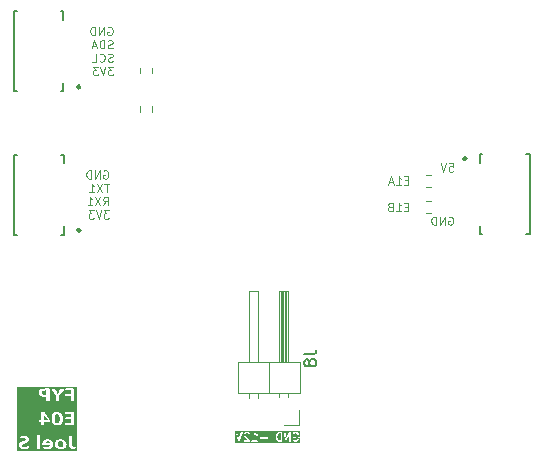
<source format=gbr>
%TF.GenerationSoftware,KiCad,Pcbnew,8.0.2*%
%TF.CreationDate,2024-08-07T22:56:44+12:00*%
%TF.ProjectId,FYP_P2_2,4659505f-5032-45f3-922e-6b696361645f,rev?*%
%TF.SameCoordinates,Original*%
%TF.FileFunction,Legend,Bot*%
%TF.FilePolarity,Positive*%
%FSLAX46Y46*%
G04 Gerber Fmt 4.6, Leading zero omitted, Abs format (unit mm)*
G04 Created by KiCad (PCBNEW 8.0.2) date 2024-08-07 22:56:44*
%MOMM*%
%LPD*%
G01*
G04 APERTURE LIST*
%ADD10C,0.240000*%
%ADD11C,0.100000*%
%ADD12C,0.140000*%
%ADD13C,0.150000*%
%ADD14C,0.120000*%
%ADD15C,0.127000*%
G04 APERTURE END LIST*
D10*
G36*
X100812383Y-116275116D02*
G01*
X100824145Y-116279422D01*
X100881890Y-116316173D01*
X100884961Y-116319283D01*
X100919460Y-116372431D01*
X100921964Y-116378780D01*
X100935787Y-116437600D01*
X100936985Y-116452053D01*
X100549371Y-116452053D01*
X100554180Y-116391644D01*
X100577501Y-116334607D01*
X100593335Y-116314593D01*
X100652961Y-116277004D01*
X100726021Y-116264671D01*
X100738049Y-116264475D01*
X100812383Y-116275116D01*
G37*
G36*
X101909075Y-116291129D02*
G01*
X101937526Y-116299939D01*
X101997618Y-116336865D01*
X102008600Y-116348299D01*
X102042535Y-116403034D01*
X102050366Y-116424503D01*
X102062330Y-116485113D01*
X102064288Y-116526205D01*
X102060284Y-116586309D01*
X102052930Y-116624098D01*
X102029412Y-116682233D01*
X102016294Y-116701767D01*
X101963364Y-116745435D01*
X101947784Y-116752765D01*
X101875041Y-116769499D01*
X101840806Y-116770937D01*
X101767148Y-116763179D01*
X101738590Y-116754524D01*
X101678498Y-116717702D01*
X101667515Y-116706457D01*
X101633993Y-116651997D01*
X101626482Y-116630546D01*
X101614833Y-116569684D01*
X101612927Y-116528550D01*
X101616802Y-116468550D01*
X101623918Y-116430951D01*
X101645800Y-116374971D01*
X101660554Y-116353281D01*
X101711135Y-116310477D01*
X101729064Y-116301697D01*
X101801701Y-116284693D01*
X101836409Y-116283233D01*
X101909075Y-116291129D01*
G37*
G36*
X101612307Y-113997086D02*
G01*
X101639305Y-114009605D01*
X101687666Y-114055996D01*
X101701953Y-114080826D01*
X101722651Y-114137892D01*
X101734560Y-114199235D01*
X101740490Y-114260544D01*
X101743281Y-114324093D01*
X101743719Y-114364246D01*
X101742821Y-114425766D01*
X101739715Y-114486834D01*
X101733060Y-114549991D01*
X101732362Y-114554755D01*
X101719970Y-114614774D01*
X101698323Y-114671815D01*
X101696824Y-114674630D01*
X101654873Y-114724892D01*
X101634542Y-114737058D01*
X101562469Y-114754308D01*
X101542951Y-114754937D01*
X101471877Y-114744678D01*
X101417655Y-114713318D01*
X101380156Y-114662822D01*
X101379187Y-114660854D01*
X101357698Y-114602838D01*
X101353907Y-114587581D01*
X101343607Y-114528028D01*
X101340352Y-114493206D01*
X101337493Y-114434403D01*
X101336688Y-114377435D01*
X101337535Y-114318232D01*
X101340615Y-114257254D01*
X101341817Y-114242320D01*
X101349442Y-114180960D01*
X101357937Y-114140031D01*
X101376965Y-114082548D01*
X101384682Y-114066758D01*
X101423150Y-114018691D01*
X101474808Y-113993485D01*
X101538555Y-113985865D01*
X101612307Y-113997086D01*
G37*
G36*
X100758199Y-114511085D02*
G01*
X100404658Y-114511085D01*
X100404658Y-114023381D01*
X100406856Y-114023381D01*
X100758199Y-114511085D01*
G37*
G36*
X100630704Y-112345022D02*
G01*
X100509071Y-112345022D01*
X100433112Y-112339089D01*
X100400628Y-112331247D01*
X100337915Y-112300280D01*
X100328820Y-112292852D01*
X100290472Y-112241849D01*
X100286688Y-112233354D01*
X100272735Y-112175737D01*
X100272034Y-112158323D01*
X100280816Y-112099709D01*
X100296946Y-112067464D01*
X100344574Y-112021742D01*
X100357763Y-112014708D01*
X100428624Y-111993619D01*
X100433600Y-111993019D01*
X100507422Y-111988661D01*
X100515300Y-111988623D01*
X100630704Y-111988623D01*
X100630704Y-112345022D01*
G37*
G36*
X103230402Y-117073090D02*
G01*
X98160700Y-117073090D01*
X98160700Y-116600357D01*
X98294033Y-116600357D01*
X98299546Y-116660560D01*
X98317959Y-116719268D01*
X98333234Y-116748076D01*
X98372864Y-116799687D01*
X98423154Y-116843220D01*
X98439480Y-116854175D01*
X98502241Y-116887378D01*
X98573838Y-116912614D01*
X98595917Y-116918362D01*
X98670842Y-116932215D01*
X98749757Y-116939005D01*
X98787526Y-116939757D01*
X98862294Y-116936883D01*
X98916120Y-116930672D01*
X98987699Y-116917105D01*
X99020533Y-116908690D01*
X99088534Y-116885224D01*
X99096371Y-116881725D01*
X99140334Y-116856812D01*
X99159385Y-116825745D01*
X99164881Y-116767713D01*
X99163049Y-116724921D01*
X99156088Y-116697078D01*
X99143632Y-116681837D01*
X99125680Y-116677147D01*
X99085013Y-116691802D01*
X99020153Y-116722946D01*
X99017602Y-116724042D01*
X98949953Y-116747807D01*
X98919050Y-116756282D01*
X98844853Y-116768518D01*
X98786793Y-116770937D01*
X98713194Y-116764358D01*
X98698133Y-116760972D01*
X98631821Y-116733128D01*
X98590055Y-116688285D01*
X98575415Y-116630540D01*
X98575401Y-116628494D01*
X98595861Y-116571047D01*
X98600314Y-116566066D01*
X98655051Y-116524905D01*
X98664794Y-116519757D01*
X98730327Y-116490906D01*
X98754919Y-116481949D01*
X98822374Y-116457726D01*
X98858967Y-116444433D01*
X98924683Y-116417459D01*
X98963014Y-116399297D01*
X99021747Y-116363897D01*
X99053140Y-116338920D01*
X99096875Y-116290033D01*
X99117620Y-116255975D01*
X99137468Y-116195965D01*
X99142166Y-116141083D01*
X99136301Y-116081787D01*
X99116867Y-116024854D01*
X99106629Y-116006261D01*
X99067919Y-115955961D01*
X99014739Y-115911960D01*
X99011008Y-115909541D01*
X98945245Y-115875982D01*
X98873944Y-115853305D01*
X98868859Y-115852095D01*
X98795158Y-115839072D01*
X98717670Y-115833342D01*
X98694836Y-115833044D01*
X98620990Y-115836801D01*
X98600314Y-115839199D01*
X98527273Y-115851627D01*
X98511653Y-115855319D01*
X98442402Y-115876872D01*
X98438381Y-115878473D01*
X98396249Y-115899576D01*
X98382327Y-115913937D01*
X98376099Y-115929178D01*
X98372435Y-115952919D01*
X98371336Y-115988676D01*
X98372801Y-116029122D01*
X98377930Y-116056380D01*
X98388555Y-116071914D01*
X98406507Y-116076896D01*
X98442777Y-116065173D01*
X98503227Y-116039087D01*
X98572161Y-116017225D01*
X98586758Y-116013588D01*
X98659617Y-116002792D01*
X98690806Y-116001865D01*
X98763942Y-116009593D01*
X98768108Y-116010658D01*
X98823429Y-116034691D01*
X98856402Y-116071621D01*
X98867027Y-116117050D01*
X98847168Y-116173626D01*
X98842847Y-116178599D01*
X98787909Y-116219760D01*
X98778000Y-116224907D01*
X98710818Y-116253923D01*
X98685676Y-116263009D01*
X98617087Y-116287100D01*
X98580530Y-116300525D01*
X98514384Y-116327247D01*
X98475383Y-116345368D01*
X98415391Y-116380768D01*
X98383792Y-116405745D01*
X98339571Y-116454517D01*
X98318946Y-116488397D01*
X98298801Y-116547191D01*
X98294033Y-116600357D01*
X98160700Y-116600357D01*
X98160700Y-115811942D01*
X99830931Y-115811942D01*
X99830931Y-116888173D01*
X99837159Y-116902535D01*
X99858408Y-116912793D01*
X99897976Y-116918948D01*
X99960990Y-116921000D01*
X100024005Y-116918948D01*
X100063572Y-116912793D01*
X100084455Y-116902535D01*
X100090683Y-116888173D01*
X100090683Y-116475794D01*
X100298046Y-116475794D01*
X100298046Y-116508913D01*
X100319295Y-116565187D01*
X100377547Y-116583358D01*
X100936985Y-116583358D01*
X100930405Y-116644224D01*
X100923063Y-116669234D01*
X100891248Y-116722249D01*
X100878733Y-116734593D01*
X100817710Y-116769897D01*
X100800331Y-116775626D01*
X100725508Y-116788321D01*
X100685659Y-116789695D01*
X100610680Y-116786595D01*
X100566224Y-116780902D01*
X100494007Y-116766090D01*
X100476831Y-116761558D01*
X100414549Y-116742214D01*
X100374249Y-116733421D01*
X100358862Y-116736352D01*
X100348604Y-116746317D01*
X100342742Y-116766833D01*
X100341277Y-116799953D01*
X100342376Y-116830141D01*
X100345673Y-116851537D01*
X100351535Y-116866484D01*
X100362526Y-116877915D01*
X100399162Y-116894035D01*
X100469616Y-116913561D01*
X100475366Y-116914845D01*
X100548916Y-116927807D01*
X100581612Y-116932137D01*
X100655367Y-116938500D01*
X100709106Y-116939757D01*
X100782844Y-116937353D01*
X100857096Y-116929155D01*
X100924162Y-116915138D01*
X100993919Y-116890974D01*
X101057953Y-116855648D01*
X101078035Y-116840692D01*
X101126181Y-116791846D01*
X101160087Y-116737547D01*
X101170359Y-116714370D01*
X101188889Y-116653329D01*
X101198362Y-116590930D01*
X101200767Y-116535291D01*
X101199949Y-116519757D01*
X101346214Y-116519757D01*
X101346733Y-116528550D01*
X101349893Y-116582097D01*
X101360933Y-116640557D01*
X101377355Y-116690337D01*
X101404969Y-116745181D01*
X101445118Y-116797899D01*
X101471144Y-116823400D01*
X101527367Y-116864486D01*
X101594231Y-116897252D01*
X101628681Y-116909569D01*
X101704106Y-116927965D01*
X101781211Y-116937369D01*
X101849965Y-116939757D01*
X101923524Y-116937124D01*
X101997166Y-116928145D01*
X102063189Y-116912793D01*
X102131695Y-116886631D01*
X102194246Y-116849477D01*
X102213764Y-116833951D01*
X102260127Y-116784215D01*
X102292629Y-116729793D01*
X102302424Y-116706750D01*
X102319838Y-116647069D01*
X102328740Y-116587148D01*
X102331001Y-116534412D01*
X102327278Y-116472038D01*
X102316109Y-116413474D01*
X102299494Y-116363540D01*
X102271484Y-116308420D01*
X102231256Y-116255777D01*
X102205338Y-116230476D01*
X102148999Y-116189628D01*
X102082381Y-116157100D01*
X102048168Y-116144893D01*
X101972966Y-116126319D01*
X101895974Y-116116823D01*
X101827250Y-116114412D01*
X101753305Y-116117017D01*
X101679403Y-116125898D01*
X101613293Y-116141083D01*
X101544671Y-116166914D01*
X101482400Y-116204035D01*
X101463084Y-116219632D01*
X101417042Y-116269368D01*
X101384838Y-116323790D01*
X101375157Y-116346833D01*
X101357520Y-116406459D01*
X101348503Y-116466620D01*
X101346214Y-116519757D01*
X101199949Y-116519757D01*
X101197654Y-116476181D01*
X101187040Y-116415523D01*
X101168893Y-116359436D01*
X101140918Y-116303905D01*
X101101426Y-116251373D01*
X101076203Y-116226373D01*
X101022436Y-116186336D01*
X100959963Y-116154813D01*
X100928192Y-116143135D01*
X100853719Y-116124538D01*
X100778534Y-116115786D01*
X100731821Y-116114412D01*
X100656463Y-116117633D01*
X100583339Y-116128493D01*
X100534717Y-116141669D01*
X100468590Y-116169559D01*
X100410345Y-116208405D01*
X100400261Y-116217287D01*
X100357001Y-116266553D01*
X100326137Y-116323676D01*
X100322958Y-116331886D01*
X100305928Y-116392032D01*
X100298654Y-116451801D01*
X100298648Y-116452053D01*
X100298046Y-116475794D01*
X100090683Y-116475794D01*
X100090683Y-115884628D01*
X102544591Y-115884628D01*
X102544591Y-116626443D01*
X102547887Y-116687238D01*
X102558733Y-116746152D01*
X102561810Y-116757161D01*
X102586437Y-116814023D01*
X102619330Y-116856226D01*
X102676533Y-116897785D01*
X102725942Y-116918362D01*
X102799672Y-116934408D01*
X102876960Y-116939674D01*
X102888974Y-116939757D01*
X102950157Y-116935361D01*
X103005844Y-116924224D01*
X103049808Y-116910155D01*
X103074354Y-116896966D01*
X103084612Y-116886122D01*
X103091939Y-116870881D01*
X103095969Y-116847434D01*
X103097069Y-116812263D01*
X103095603Y-116765075D01*
X103090474Y-116734886D01*
X103080216Y-116719353D01*
X103062997Y-116714663D01*
X103041381Y-116720818D01*
X103013538Y-116733421D01*
X102977634Y-116746024D01*
X102929274Y-116752179D01*
X102880181Y-116746024D01*
X102845010Y-116724628D01*
X102824127Y-116683889D01*
X102816864Y-116625105D01*
X102816800Y-116617650D01*
X102816800Y-115884921D01*
X102810205Y-115870267D01*
X102788590Y-115860009D01*
X102746824Y-115853854D01*
X102680879Y-115851802D01*
X102616032Y-115853854D01*
X102574267Y-115860009D01*
X102551552Y-115870267D01*
X102544591Y-115884628D01*
X100090683Y-115884628D01*
X100090683Y-115811942D01*
X100084455Y-115797287D01*
X100063572Y-115786150D01*
X100024005Y-115779408D01*
X99960990Y-115776771D01*
X99897976Y-115779408D01*
X99858408Y-115786150D01*
X99837159Y-115797287D01*
X99830931Y-115811942D01*
X98160700Y-115811942D01*
X98160700Y-114596374D01*
X99985537Y-114596374D01*
X99994564Y-114654618D01*
X99996528Y-114658803D01*
X100025837Y-114679905D01*
X100144173Y-114679905D01*
X100144173Y-114872173D01*
X100150401Y-114886535D01*
X100172016Y-114896793D01*
X100212316Y-114902948D01*
X100276064Y-114905000D01*
X100338346Y-114902948D01*
X100378646Y-114896793D01*
X100399162Y-114886535D01*
X100404658Y-114872173D01*
X100404658Y-114679905D01*
X100915003Y-114679905D01*
X100940648Y-114677267D01*
X100959699Y-114664371D01*
X100971057Y-114635062D01*
X100974720Y-114584357D01*
X100973255Y-114539515D01*
X100968126Y-114504930D01*
X100957868Y-114475914D01*
X100940648Y-114446605D01*
X100883480Y-114366297D01*
X101063747Y-114366297D01*
X101064037Y-114377435D01*
X101065373Y-114428781D01*
X101070250Y-114488150D01*
X101079623Y-114551218D01*
X101089759Y-114597547D01*
X101108971Y-114659050D01*
X101134553Y-114714600D01*
X101170047Y-114768829D01*
X101173656Y-114773401D01*
X101222291Y-114823177D01*
X101280818Y-114863472D01*
X101325331Y-114885069D01*
X101394243Y-114907096D01*
X101473024Y-114919979D01*
X101553210Y-114923757D01*
X101626545Y-114920790D01*
X101699260Y-114910532D01*
X101768585Y-114890785D01*
X101779989Y-114886242D01*
X101842105Y-114853447D01*
X101882454Y-114820589D01*
X102164305Y-114820589D01*
X102166870Y-114860450D01*
X102174563Y-114886242D01*
X102187386Y-114900603D01*
X102204605Y-114905000D01*
X102874319Y-114905000D01*
X102931472Y-114888879D01*
X102954553Y-114836416D01*
X102954553Y-113904385D01*
X102931472Y-113851922D01*
X102874319Y-113835802D01*
X102208635Y-113835802D01*
X102192149Y-113839905D01*
X102179692Y-113854267D01*
X102171999Y-113880645D01*
X102169434Y-113921092D01*
X102171999Y-113960073D01*
X102179692Y-113985865D01*
X102192149Y-114000226D01*
X102208635Y-114004623D01*
X102684909Y-114004623D01*
X102684909Y-114267233D01*
X102281908Y-114267233D01*
X102264689Y-114271922D01*
X102251866Y-114286284D01*
X102244173Y-114312076D01*
X102241608Y-114351936D01*
X102244173Y-114392383D01*
X102251866Y-114417882D01*
X102264689Y-114431950D01*
X102281908Y-114436053D01*
X102684909Y-114436053D01*
X102684909Y-114736179D01*
X102204605Y-114736179D01*
X102187386Y-114740868D01*
X102174563Y-114755230D01*
X102166870Y-114781022D01*
X102164305Y-114820589D01*
X101882454Y-114820589D01*
X101893814Y-114811338D01*
X101922505Y-114778091D01*
X101957418Y-114720705D01*
X101981728Y-114660352D01*
X101996144Y-114605460D01*
X102006239Y-114545955D01*
X102013030Y-114482183D01*
X102016293Y-114421916D01*
X102017027Y-114374504D01*
X102015401Y-114312387D01*
X102010524Y-114253237D01*
X102001150Y-114190241D01*
X101991015Y-114143841D01*
X101971416Y-114082029D01*
X101945591Y-114026284D01*
X101909994Y-113971973D01*
X101906385Y-113967400D01*
X101857801Y-113917666D01*
X101799429Y-113877494D01*
X101755076Y-113856025D01*
X101686043Y-113833832D01*
X101607399Y-113820851D01*
X101527564Y-113817044D01*
X101454200Y-113820012D01*
X101381385Y-113830270D01*
X101311867Y-113850017D01*
X101300418Y-113854560D01*
X101237907Y-113887354D01*
X101186113Y-113929463D01*
X101157536Y-113962711D01*
X101122726Y-114020097D01*
X101098691Y-114080449D01*
X101084630Y-114135341D01*
X101074535Y-114194847D01*
X101067744Y-114258618D01*
X101064481Y-114318885D01*
X101063747Y-114366297D01*
X100883480Y-114366297D01*
X100526290Y-113864525D01*
X100509071Y-113851922D01*
X100474633Y-113842836D01*
X100418213Y-113837561D01*
X100344723Y-113835817D01*
X100335781Y-113835802D01*
X100260805Y-113837156D01*
X100246388Y-113837854D01*
X100187037Y-113844595D01*
X100154431Y-113855732D01*
X100144173Y-113871266D01*
X100144173Y-114511085D01*
X100025837Y-114511085D01*
X99997627Y-114530722D01*
X99985584Y-114590725D01*
X99985537Y-114596374D01*
X98160700Y-114596374D01*
X98160700Y-112142496D01*
X99988834Y-112142496D01*
X99989944Y-112158323D01*
X99992990Y-112201730D01*
X100007003Y-112260820D01*
X100024005Y-112301351D01*
X100057605Y-112353734D01*
X100105690Y-112402140D01*
X100125854Y-112417415D01*
X100185347Y-112452031D01*
X100254876Y-112479197D01*
X100290352Y-112489223D01*
X100368061Y-112504225D01*
X100447894Y-112511895D01*
X100519330Y-112513842D01*
X100630704Y-112513842D01*
X100630704Y-112854415D01*
X100637665Y-112869362D01*
X100659647Y-112879914D01*
X100700680Y-112886655D01*
X100766625Y-112889000D01*
X100832205Y-112886655D01*
X100873604Y-112879914D01*
X100895219Y-112869362D01*
X100901448Y-112854415D01*
X100901448Y-111897178D01*
X100885290Y-111858490D01*
X101063381Y-111858490D01*
X101088293Y-111905092D01*
X101452826Y-112482189D01*
X101452826Y-112854708D01*
X101459787Y-112869362D01*
X101481769Y-112879914D01*
X101523534Y-112886655D01*
X101589113Y-112889000D01*
X101655059Y-112886655D01*
X101696824Y-112879914D01*
X101718806Y-112869362D01*
X101725034Y-112854708D01*
X101725034Y-112482189D01*
X102089933Y-111905092D01*
X102090247Y-111904505D01*
X102206803Y-111904505D01*
X102209368Y-111944366D01*
X102217794Y-111969865D01*
X102230617Y-111983933D01*
X102247103Y-111988623D01*
X102682711Y-111988623D01*
X102682711Y-112288748D01*
X102273848Y-112288748D01*
X102257362Y-112292852D01*
X102244539Y-112306334D01*
X102236113Y-112332126D01*
X102233548Y-112371986D01*
X102236113Y-112412140D01*
X102244539Y-112438518D01*
X102257362Y-112453173D01*
X102273848Y-112457569D01*
X102682711Y-112457569D01*
X102682711Y-112852949D01*
X102688939Y-112868483D01*
X102711287Y-112879621D01*
X102752686Y-112886655D01*
X102818632Y-112889000D01*
X102884211Y-112886655D01*
X102925610Y-112879621D01*
X102947958Y-112868483D01*
X102954553Y-112852949D01*
X102954553Y-111888092D01*
X102931472Y-111835922D01*
X102874319Y-111819802D01*
X102247103Y-111819802D01*
X102230617Y-111824198D01*
X102217794Y-111838267D01*
X102209368Y-111864645D01*
X102206803Y-111904505D01*
X102090247Y-111904505D01*
X102115212Y-111857904D01*
X102108984Y-111832698D01*
X102065020Y-111821854D01*
X101990168Y-111819834D01*
X101976360Y-111819802D01*
X101902671Y-111821452D01*
X101900889Y-111821561D01*
X101855826Y-111827715D01*
X101831646Y-111839439D01*
X101816625Y-111858197D01*
X101668248Y-112118462D01*
X101638873Y-112172389D01*
X101625750Y-112198183D01*
X101597702Y-112254575D01*
X101582885Y-112285524D01*
X101580687Y-112285524D01*
X101554728Y-112228573D01*
X101540753Y-112199648D01*
X101512732Y-112144097D01*
X101500453Y-112120221D01*
X101353907Y-111861421D01*
X101341085Y-111840905D01*
X101318004Y-111828009D01*
X101275505Y-111821561D01*
X101204797Y-111819802D01*
X101131364Y-111820956D01*
X101113572Y-111821854D01*
X101069242Y-111832698D01*
X101063381Y-111858490D01*
X100885290Y-111858490D01*
X100877724Y-111840374D01*
X100876168Y-111839146D01*
X100809856Y-111819802D01*
X100495516Y-111819802D01*
X100421861Y-111821737D01*
X100405757Y-111822733D01*
X100331980Y-111830756D01*
X100303175Y-111835043D01*
X100231438Y-111851863D01*
X100181908Y-111869921D01*
X100118757Y-111902873D01*
X100077494Y-111934401D01*
X100035351Y-111982428D01*
X100011549Y-112025552D01*
X99993825Y-112084540D01*
X99988834Y-112142496D01*
X98160700Y-112142496D01*
X98160700Y-111686469D01*
X103230402Y-111686469D01*
X103230402Y-117073090D01*
G37*
D11*
X105475877Y-93386583D02*
X105542544Y-93353250D01*
X105542544Y-93353250D02*
X105642544Y-93353250D01*
X105642544Y-93353250D02*
X105742544Y-93386583D01*
X105742544Y-93386583D02*
X105809211Y-93453250D01*
X105809211Y-93453250D02*
X105842544Y-93519917D01*
X105842544Y-93519917D02*
X105875877Y-93653250D01*
X105875877Y-93653250D02*
X105875877Y-93753250D01*
X105875877Y-93753250D02*
X105842544Y-93886583D01*
X105842544Y-93886583D02*
X105809211Y-93953250D01*
X105809211Y-93953250D02*
X105742544Y-94019917D01*
X105742544Y-94019917D02*
X105642544Y-94053250D01*
X105642544Y-94053250D02*
X105575877Y-94053250D01*
X105575877Y-94053250D02*
X105475877Y-94019917D01*
X105475877Y-94019917D02*
X105442544Y-93986583D01*
X105442544Y-93986583D02*
X105442544Y-93753250D01*
X105442544Y-93753250D02*
X105575877Y-93753250D01*
X105142544Y-94053250D02*
X105142544Y-93353250D01*
X105142544Y-93353250D02*
X104742544Y-94053250D01*
X104742544Y-94053250D02*
X104742544Y-93353250D01*
X104409211Y-94053250D02*
X104409211Y-93353250D01*
X104409211Y-93353250D02*
X104242544Y-93353250D01*
X104242544Y-93353250D02*
X104142544Y-93386583D01*
X104142544Y-93386583D02*
X104075878Y-93453250D01*
X104075878Y-93453250D02*
X104042544Y-93519917D01*
X104042544Y-93519917D02*
X104009211Y-93653250D01*
X104009211Y-93653250D02*
X104009211Y-93753250D01*
X104009211Y-93753250D02*
X104042544Y-93886583D01*
X104042544Y-93886583D02*
X104075878Y-93953250D01*
X104075878Y-93953250D02*
X104142544Y-94019917D01*
X104142544Y-94019917D02*
X104242544Y-94053250D01*
X104242544Y-94053250D02*
X104409211Y-94053250D01*
X105942544Y-94480211D02*
X105542544Y-94480211D01*
X105742544Y-95180211D02*
X105742544Y-94480211D01*
X105375878Y-94480211D02*
X104909211Y-95180211D01*
X104909211Y-94480211D02*
X105375878Y-95180211D01*
X104275877Y-95180211D02*
X104675877Y-95180211D01*
X104475877Y-95180211D02*
X104475877Y-94480211D01*
X104475877Y-94480211D02*
X104542544Y-94580211D01*
X104542544Y-94580211D02*
X104609211Y-94646878D01*
X104609211Y-94646878D02*
X104675877Y-94680211D01*
X105442544Y-96307172D02*
X105675877Y-95973839D01*
X105842544Y-96307172D02*
X105842544Y-95607172D01*
X105842544Y-95607172D02*
X105575877Y-95607172D01*
X105575877Y-95607172D02*
X105509211Y-95640505D01*
X105509211Y-95640505D02*
X105475877Y-95673839D01*
X105475877Y-95673839D02*
X105442544Y-95740505D01*
X105442544Y-95740505D02*
X105442544Y-95840505D01*
X105442544Y-95840505D02*
X105475877Y-95907172D01*
X105475877Y-95907172D02*
X105509211Y-95940505D01*
X105509211Y-95940505D02*
X105575877Y-95973839D01*
X105575877Y-95973839D02*
X105842544Y-95973839D01*
X105209211Y-95607172D02*
X104742544Y-96307172D01*
X104742544Y-95607172D02*
X105209211Y-96307172D01*
X104109210Y-96307172D02*
X104509210Y-96307172D01*
X104309210Y-96307172D02*
X104309210Y-95607172D01*
X104309210Y-95607172D02*
X104375877Y-95707172D01*
X104375877Y-95707172D02*
X104442544Y-95773839D01*
X104442544Y-95773839D02*
X104509210Y-95807172D01*
X105909211Y-96734133D02*
X105475877Y-96734133D01*
X105475877Y-96734133D02*
X105709211Y-97000800D01*
X105709211Y-97000800D02*
X105609211Y-97000800D01*
X105609211Y-97000800D02*
X105542544Y-97034133D01*
X105542544Y-97034133D02*
X105509211Y-97067466D01*
X105509211Y-97067466D02*
X105475877Y-97134133D01*
X105475877Y-97134133D02*
X105475877Y-97300800D01*
X105475877Y-97300800D02*
X105509211Y-97367466D01*
X105509211Y-97367466D02*
X105542544Y-97400800D01*
X105542544Y-97400800D02*
X105609211Y-97434133D01*
X105609211Y-97434133D02*
X105809211Y-97434133D01*
X105809211Y-97434133D02*
X105875877Y-97400800D01*
X105875877Y-97400800D02*
X105909211Y-97367466D01*
X105275877Y-96734133D02*
X105042544Y-97434133D01*
X105042544Y-97434133D02*
X104809210Y-96734133D01*
X104642544Y-96734133D02*
X104209210Y-96734133D01*
X104209210Y-96734133D02*
X104442544Y-97000800D01*
X104442544Y-97000800D02*
X104342544Y-97000800D01*
X104342544Y-97000800D02*
X104275877Y-97034133D01*
X104275877Y-97034133D02*
X104242544Y-97067466D01*
X104242544Y-97067466D02*
X104209210Y-97134133D01*
X104209210Y-97134133D02*
X104209210Y-97300800D01*
X104209210Y-97300800D02*
X104242544Y-97367466D01*
X104242544Y-97367466D02*
X104275877Y-97400800D01*
X104275877Y-97400800D02*
X104342544Y-97434133D01*
X104342544Y-97434133D02*
X104542544Y-97434133D01*
X104542544Y-97434133D02*
X104609210Y-97400800D01*
X104609210Y-97400800D02*
X104642544Y-97367466D01*
X134709211Y-92751289D02*
X135042544Y-92751289D01*
X135042544Y-92751289D02*
X135075877Y-93084622D01*
X135075877Y-93084622D02*
X135042544Y-93051289D01*
X135042544Y-93051289D02*
X134975877Y-93017956D01*
X134975877Y-93017956D02*
X134809211Y-93017956D01*
X134809211Y-93017956D02*
X134742544Y-93051289D01*
X134742544Y-93051289D02*
X134709211Y-93084622D01*
X134709211Y-93084622D02*
X134675877Y-93151289D01*
X134675877Y-93151289D02*
X134675877Y-93317956D01*
X134675877Y-93317956D02*
X134709211Y-93384622D01*
X134709211Y-93384622D02*
X134742544Y-93417956D01*
X134742544Y-93417956D02*
X134809211Y-93451289D01*
X134809211Y-93451289D02*
X134975877Y-93451289D01*
X134975877Y-93451289D02*
X135042544Y-93417956D01*
X135042544Y-93417956D02*
X135075877Y-93384622D01*
X134475877Y-92751289D02*
X134242544Y-93451289D01*
X134242544Y-93451289D02*
X134009210Y-92751289D01*
X134675877Y-97292466D02*
X134742544Y-97259133D01*
X134742544Y-97259133D02*
X134842544Y-97259133D01*
X134842544Y-97259133D02*
X134942544Y-97292466D01*
X134942544Y-97292466D02*
X135009211Y-97359133D01*
X135009211Y-97359133D02*
X135042544Y-97425800D01*
X135042544Y-97425800D02*
X135075877Y-97559133D01*
X135075877Y-97559133D02*
X135075877Y-97659133D01*
X135075877Y-97659133D02*
X135042544Y-97792466D01*
X135042544Y-97792466D02*
X135009211Y-97859133D01*
X135009211Y-97859133D02*
X134942544Y-97925800D01*
X134942544Y-97925800D02*
X134842544Y-97959133D01*
X134842544Y-97959133D02*
X134775877Y-97959133D01*
X134775877Y-97959133D02*
X134675877Y-97925800D01*
X134675877Y-97925800D02*
X134642544Y-97892466D01*
X134642544Y-97892466D02*
X134642544Y-97659133D01*
X134642544Y-97659133D02*
X134775877Y-97659133D01*
X134342544Y-97959133D02*
X134342544Y-97259133D01*
X134342544Y-97259133D02*
X133942544Y-97959133D01*
X133942544Y-97959133D02*
X133942544Y-97259133D01*
X133609211Y-97959133D02*
X133609211Y-97259133D01*
X133609211Y-97259133D02*
X133442544Y-97259133D01*
X133442544Y-97259133D02*
X133342544Y-97292466D01*
X133342544Y-97292466D02*
X133275878Y-97359133D01*
X133275878Y-97359133D02*
X133242544Y-97425800D01*
X133242544Y-97425800D02*
X133209211Y-97559133D01*
X133209211Y-97559133D02*
X133209211Y-97659133D01*
X133209211Y-97659133D02*
X133242544Y-97792466D01*
X133242544Y-97792466D02*
X133275878Y-97859133D01*
X133275878Y-97859133D02*
X133342544Y-97925800D01*
X133342544Y-97925800D02*
X133442544Y-97959133D01*
X133442544Y-97959133D02*
X133609211Y-97959133D01*
X131242544Y-94186583D02*
X131009211Y-94186583D01*
X130909211Y-94553250D02*
X131242544Y-94553250D01*
X131242544Y-94553250D02*
X131242544Y-93853250D01*
X131242544Y-93853250D02*
X130909211Y-93853250D01*
X130242544Y-94553250D02*
X130642544Y-94553250D01*
X130442544Y-94553250D02*
X130442544Y-93853250D01*
X130442544Y-93853250D02*
X130509211Y-93953250D01*
X130509211Y-93953250D02*
X130575878Y-94019917D01*
X130575878Y-94019917D02*
X130642544Y-94053250D01*
X129975877Y-94353250D02*
X129642544Y-94353250D01*
X130042544Y-94553250D02*
X129809211Y-93853250D01*
X129809211Y-93853250D02*
X129575877Y-94553250D01*
X131242544Y-96440505D02*
X131009211Y-96440505D01*
X130909211Y-96807172D02*
X131242544Y-96807172D01*
X131242544Y-96807172D02*
X131242544Y-96107172D01*
X131242544Y-96107172D02*
X130909211Y-96107172D01*
X130242544Y-96807172D02*
X130642544Y-96807172D01*
X130442544Y-96807172D02*
X130442544Y-96107172D01*
X130442544Y-96107172D02*
X130509211Y-96207172D01*
X130509211Y-96207172D02*
X130575878Y-96273839D01*
X130575878Y-96273839D02*
X130642544Y-96307172D01*
X129709211Y-96440505D02*
X129609211Y-96473839D01*
X129609211Y-96473839D02*
X129575877Y-96507172D01*
X129575877Y-96507172D02*
X129542544Y-96573839D01*
X129542544Y-96573839D02*
X129542544Y-96673839D01*
X129542544Y-96673839D02*
X129575877Y-96740505D01*
X129575877Y-96740505D02*
X129609211Y-96773839D01*
X129609211Y-96773839D02*
X129675877Y-96807172D01*
X129675877Y-96807172D02*
X129942544Y-96807172D01*
X129942544Y-96807172D02*
X129942544Y-96107172D01*
X129942544Y-96107172D02*
X129709211Y-96107172D01*
X129709211Y-96107172D02*
X129642544Y-96140505D01*
X129642544Y-96140505D02*
X129609211Y-96173839D01*
X129609211Y-96173839D02*
X129575877Y-96240505D01*
X129575877Y-96240505D02*
X129575877Y-96307172D01*
X129575877Y-96307172D02*
X129609211Y-96373839D01*
X129609211Y-96373839D02*
X129642544Y-96407172D01*
X129642544Y-96407172D02*
X129709211Y-96440505D01*
X129709211Y-96440505D02*
X129942544Y-96440505D01*
D12*
G36*
X120459193Y-116188853D02*
G01*
X120380681Y-116191015D01*
X120380031Y-116190645D01*
X120300082Y-116167528D01*
X120253172Y-116124572D01*
X120225961Y-116076625D01*
X120225805Y-116073408D01*
X120193784Y-115960959D01*
X120194562Y-115957053D01*
X120191187Y-115876749D01*
X120192472Y-115874030D01*
X120217248Y-115759221D01*
X120220505Y-115755025D01*
X120242466Y-115704650D01*
X120289608Y-115653166D01*
X120358612Y-115627033D01*
X120455055Y-115624377D01*
X120459193Y-116188853D01*
G37*
G36*
X122139006Y-116404831D02*
G01*
X116576959Y-116404831D01*
X116576959Y-115552091D01*
X116654737Y-115552091D01*
X116658153Y-115579189D01*
X116889531Y-116257529D01*
X116888071Y-116262015D01*
X116897480Y-116280834D01*
X116905013Y-116302917D01*
X116909691Y-116305256D01*
X116912031Y-116309935D01*
X116933085Y-116316953D01*
X116952933Y-116326877D01*
X116957895Y-116325223D01*
X116962857Y-116326877D01*
X116982705Y-116316953D01*
X117003759Y-116309935D01*
X117006098Y-116305256D01*
X117010777Y-116302917D01*
X117024303Y-116279189D01*
X117216022Y-115690386D01*
X117321228Y-115690386D01*
X117324403Y-115746091D01*
X117321404Y-115752091D01*
X117324820Y-115779189D01*
X117326551Y-115783760D01*
X117326556Y-115783841D01*
X117326597Y-115783882D01*
X117359890Y-115871786D01*
X117359890Y-115883841D01*
X117370427Y-115899610D01*
X117371680Y-115902917D01*
X117373117Y-115903635D01*
X117375065Y-115906550D01*
X117662568Y-116188928D01*
X117364440Y-116192381D01*
X117326556Y-116230265D01*
X117326556Y-116283841D01*
X117364440Y-116321725D01*
X117391228Y-116327053D01*
X117851350Y-116321725D01*
X117889234Y-116283841D01*
X117889234Y-116230265D01*
X117993223Y-116230265D01*
X117993223Y-116283841D01*
X118031107Y-116321725D01*
X118057895Y-116327053D01*
X118484683Y-116321725D01*
X118522567Y-116283841D01*
X118522567Y-116230265D01*
X118484683Y-116192381D01*
X118457895Y-116187053D01*
X118327393Y-116188682D01*
X118325743Y-115963598D01*
X118693224Y-115963598D01*
X118693224Y-116017174D01*
X118731108Y-116055058D01*
X118757896Y-116060386D01*
X118957746Y-116058484D01*
X118959890Y-116283841D01*
X118997774Y-116321725D01*
X119051350Y-116321725D01*
X119089234Y-116283841D01*
X119094562Y-116257053D01*
X119092660Y-116057201D01*
X119318017Y-116055058D01*
X119355901Y-116017174D01*
X119355901Y-115963598D01*
X119318017Y-115925714D01*
X119291229Y-115920386D01*
X119091377Y-115922287D01*
X119090757Y-115857053D01*
X120054562Y-115857053D01*
X120058134Y-115942065D01*
X120055324Y-115946750D01*
X120056652Y-115974030D01*
X120089757Y-116090290D01*
X120088071Y-116095349D01*
X120095285Y-116121691D01*
X120126557Y-116176794D01*
X120126557Y-116183841D01*
X120141731Y-116206550D01*
X120145297Y-116209815D01*
X120145365Y-116209935D01*
X120145463Y-116209967D01*
X120206794Y-116266128D01*
X120212031Y-116276602D01*
X120228457Y-116285965D01*
X120231107Y-116288392D01*
X120232714Y-116288392D01*
X120235759Y-116290128D01*
X120325440Y-116316058D01*
X120331107Y-116321725D01*
X120357895Y-116327053D01*
X120551350Y-116321725D01*
X120589234Y-116283841D01*
X120594562Y-116257053D01*
X120589430Y-115557053D01*
X120787895Y-115557053D01*
X120792903Y-116240318D01*
X120788453Y-116248225D01*
X120793086Y-116265213D01*
X120793223Y-116283841D01*
X120800020Y-116290638D01*
X120802550Y-116299913D01*
X120818289Y-116308907D01*
X120831107Y-116321725D01*
X120840720Y-116321725D01*
X120849067Y-116326495D01*
X120866557Y-116321725D01*
X120884683Y-116321725D01*
X120891480Y-116314927D01*
X120900755Y-116312398D01*
X120918672Y-116291783D01*
X121189751Y-115810271D01*
X121193223Y-116283841D01*
X121231107Y-116321725D01*
X121284683Y-116321725D01*
X121322567Y-116283841D01*
X121327895Y-116257053D01*
X121325696Y-115957053D01*
X121487895Y-115957053D01*
X121493223Y-116217174D01*
X121493225Y-116217176D01*
X121508397Y-116239883D01*
X121541202Y-116268278D01*
X121545364Y-116276602D01*
X121561338Y-116285707D01*
X121564439Y-116288392D01*
X121566046Y-116288392D01*
X121569092Y-116290128D01*
X121658773Y-116316058D01*
X121664440Y-116321725D01*
X121691228Y-116327053D01*
X121695881Y-116326787D01*
X121696190Y-116326877D01*
X121696431Y-116326756D01*
X121746933Y-116323877D01*
X121752933Y-116326877D01*
X121780031Y-116323461D01*
X121784602Y-116321729D01*
X121784683Y-116321725D01*
X121784724Y-116321683D01*
X121872628Y-116288392D01*
X121884683Y-116288392D01*
X121900452Y-116277854D01*
X121903759Y-116276602D01*
X121904477Y-116275164D01*
X121907392Y-116273217D01*
X121963104Y-116212375D01*
X121970427Y-116209935D01*
X121987172Y-116188358D01*
X121989056Y-116184034D01*
X121989234Y-116183841D01*
X121989234Y-116183628D01*
X122010856Y-116134028D01*
X122014139Y-116132059D01*
X122025805Y-116107363D01*
X122051515Y-115988225D01*
X122055900Y-115983841D01*
X122061228Y-115957053D01*
X122057655Y-115872040D01*
X122060466Y-115867356D01*
X122059138Y-115840075D01*
X122026032Y-115723816D01*
X122027719Y-115718758D01*
X122020505Y-115692416D01*
X121989234Y-115637311D01*
X121989234Y-115630265D01*
X121974059Y-115607555D01*
X121970495Y-115604292D01*
X121970427Y-115604171D01*
X121970327Y-115604137D01*
X121908995Y-115547976D01*
X121903759Y-115537504D01*
X121887332Y-115528140D01*
X121884683Y-115525714D01*
X121883076Y-115525714D01*
X121880031Y-115523978D01*
X121790349Y-115498047D01*
X121784683Y-115492381D01*
X121757895Y-115487053D01*
X121753031Y-115487257D01*
X121752933Y-115487229D01*
X121752861Y-115487264D01*
X121664215Y-115490989D01*
X121652933Y-115487229D01*
X121634666Y-115492231D01*
X121631107Y-115492381D01*
X121629970Y-115493517D01*
X121626591Y-115494443D01*
X121538346Y-115544521D01*
X121521404Y-115595348D01*
X121545363Y-115643268D01*
X121596190Y-115660210D01*
X121622533Y-115652996D01*
X121669075Y-115626583D01*
X121736725Y-115623740D01*
X121815708Y-115646577D01*
X121862619Y-115689533D01*
X121889828Y-115737479D01*
X121889985Y-115740697D01*
X121922005Y-115853146D01*
X121921228Y-115857053D01*
X121924602Y-115937356D01*
X121923318Y-115940076D01*
X121898541Y-116054884D01*
X121895285Y-116059081D01*
X121873324Y-116109455D01*
X121826181Y-116160939D01*
X121757112Y-116187097D01*
X121710321Y-116189765D01*
X121632779Y-116167344D01*
X121627326Y-116162624D01*
X121624504Y-116024836D01*
X121718016Y-116021725D01*
X121755900Y-115983841D01*
X121755900Y-115930265D01*
X121718016Y-115892381D01*
X121691228Y-115887053D01*
X121531107Y-115892381D01*
X121493223Y-115930265D01*
X121487895Y-115957053D01*
X121325696Y-115957053D01*
X121322886Y-115573787D01*
X121327337Y-115565881D01*
X121322703Y-115548891D01*
X121322567Y-115530265D01*
X121315769Y-115523467D01*
X121313240Y-115514192D01*
X121297499Y-115505197D01*
X121284683Y-115492381D01*
X121275071Y-115492381D01*
X121266723Y-115487611D01*
X121249233Y-115492381D01*
X121231107Y-115492381D01*
X121224309Y-115499178D01*
X121215035Y-115501708D01*
X121197118Y-115522323D01*
X120926038Y-116003834D01*
X120922567Y-115530265D01*
X120884683Y-115492381D01*
X120831107Y-115492381D01*
X120793223Y-115530265D01*
X120787895Y-115557053D01*
X120589430Y-115557053D01*
X120589234Y-115530265D01*
X120551350Y-115492381D01*
X120524562Y-115487053D01*
X120370965Y-115491283D01*
X120362857Y-115487229D01*
X120335759Y-115490645D01*
X120331180Y-115492378D01*
X120331107Y-115492381D01*
X120331065Y-115492422D01*
X120243162Y-115525714D01*
X120231107Y-115525714D01*
X120215335Y-115536252D01*
X120212031Y-115537504D01*
X120211312Y-115538940D01*
X120208397Y-115540889D01*
X120152685Y-115601731D01*
X120145365Y-115604171D01*
X120128619Y-115625748D01*
X120126734Y-115630071D01*
X120126557Y-115630265D01*
X120126557Y-115630477D01*
X120104933Y-115680077D01*
X120101651Y-115682047D01*
X120089985Y-115706743D01*
X120064274Y-115825880D01*
X120059890Y-115830265D01*
X120054562Y-115857053D01*
X119090757Y-115857053D01*
X119089234Y-115696932D01*
X119051350Y-115659048D01*
X118997774Y-115659048D01*
X118959890Y-115696932D01*
X118954562Y-115723720D01*
X118956463Y-115923570D01*
X118731108Y-115925714D01*
X118693224Y-115963598D01*
X118325743Y-115963598D01*
X118324189Y-115751533D01*
X118335906Y-115762262D01*
X118338347Y-115769584D01*
X118359924Y-115786330D01*
X118364247Y-115788214D01*
X118364441Y-115788392D01*
X118364654Y-115788392D01*
X118452933Y-115826877D01*
X118503760Y-115809935D01*
X118527719Y-115762015D01*
X118510777Y-115711189D01*
X118489200Y-115694443D01*
X118438826Y-115672482D01*
X118384771Y-115622984D01*
X118382805Y-115618224D01*
X118322599Y-115534642D01*
X118322567Y-115530265D01*
X118311408Y-115519106D01*
X118296846Y-115498890D01*
X118289778Y-115497476D01*
X118284683Y-115492381D01*
X118264300Y-115492381D01*
X118244310Y-115488383D01*
X118238313Y-115492381D01*
X118231107Y-115492381D01*
X118216694Y-115506793D01*
X118199732Y-115518102D01*
X118198318Y-115525169D01*
X118193223Y-115530265D01*
X118187895Y-115557053D01*
X118192537Y-116190365D01*
X118031107Y-116192381D01*
X117993223Y-116230265D01*
X117889234Y-116230265D01*
X117874059Y-116207555D01*
X117488786Y-115829149D01*
X117461183Y-115756267D01*
X117458590Y-115710790D01*
X117475895Y-115671096D01*
X117493842Y-115650361D01*
X117535443Y-115626753D01*
X117667823Y-115623107D01*
X117710519Y-115641720D01*
X117764439Y-115688392D01*
X117818015Y-115688393D01*
X117855900Y-115650509D01*
X117855901Y-115596933D01*
X117840726Y-115574223D01*
X117812547Y-115549832D01*
X117810777Y-115544521D01*
X117789200Y-115527776D01*
X117784901Y-115525901D01*
X117784684Y-115525714D01*
X117784470Y-115525714D01*
X117725750Y-115500115D01*
X117718016Y-115492381D01*
X117699610Y-115488720D01*
X117696190Y-115487229D01*
X117694666Y-115487736D01*
X117691228Y-115487053D01*
X117532210Y-115491432D01*
X117519600Y-115487229D01*
X117501124Y-115492288D01*
X117497774Y-115492381D01*
X117496637Y-115493517D01*
X117493258Y-115494443D01*
X117438154Y-115525713D01*
X117431106Y-115525714D01*
X117408397Y-115540889D01*
X117405485Y-115544252D01*
X117405013Y-115544521D01*
X117404862Y-115544972D01*
X117384007Y-115569068D01*
X117378698Y-115570838D01*
X117361952Y-115592415D01*
X117360076Y-115596718D01*
X117359890Y-115596933D01*
X117359890Y-115597144D01*
X117334291Y-115655862D01*
X117326556Y-115663598D01*
X117322895Y-115682001D01*
X117321404Y-115685423D01*
X117321911Y-115686947D01*
X117321228Y-115690386D01*
X117216022Y-115690386D01*
X117261052Y-115552090D01*
X117237092Y-115504171D01*
X117186266Y-115487228D01*
X117138346Y-115511188D01*
X117124820Y-115534917D01*
X116959118Y-116043814D01*
X116777443Y-115511189D01*
X116729523Y-115487229D01*
X116678697Y-115504171D01*
X116654737Y-115552091D01*
X116576959Y-115552091D01*
X116576959Y-115409275D01*
X122139006Y-115409275D01*
X122139006Y-116404831D01*
G37*
D11*
X105825877Y-81236583D02*
X105892544Y-81203250D01*
X105892544Y-81203250D02*
X105992544Y-81203250D01*
X105992544Y-81203250D02*
X106092544Y-81236583D01*
X106092544Y-81236583D02*
X106159211Y-81303250D01*
X106159211Y-81303250D02*
X106192544Y-81369917D01*
X106192544Y-81369917D02*
X106225877Y-81503250D01*
X106225877Y-81503250D02*
X106225877Y-81603250D01*
X106225877Y-81603250D02*
X106192544Y-81736583D01*
X106192544Y-81736583D02*
X106159211Y-81803250D01*
X106159211Y-81803250D02*
X106092544Y-81869917D01*
X106092544Y-81869917D02*
X105992544Y-81903250D01*
X105992544Y-81903250D02*
X105925877Y-81903250D01*
X105925877Y-81903250D02*
X105825877Y-81869917D01*
X105825877Y-81869917D02*
X105792544Y-81836583D01*
X105792544Y-81836583D02*
X105792544Y-81603250D01*
X105792544Y-81603250D02*
X105925877Y-81603250D01*
X105492544Y-81903250D02*
X105492544Y-81203250D01*
X105492544Y-81203250D02*
X105092544Y-81903250D01*
X105092544Y-81903250D02*
X105092544Y-81203250D01*
X104759211Y-81903250D02*
X104759211Y-81203250D01*
X104759211Y-81203250D02*
X104592544Y-81203250D01*
X104592544Y-81203250D02*
X104492544Y-81236583D01*
X104492544Y-81236583D02*
X104425878Y-81303250D01*
X104425878Y-81303250D02*
X104392544Y-81369917D01*
X104392544Y-81369917D02*
X104359211Y-81503250D01*
X104359211Y-81503250D02*
X104359211Y-81603250D01*
X104359211Y-81603250D02*
X104392544Y-81736583D01*
X104392544Y-81736583D02*
X104425878Y-81803250D01*
X104425878Y-81803250D02*
X104492544Y-81869917D01*
X104492544Y-81869917D02*
X104592544Y-81903250D01*
X104592544Y-81903250D02*
X104759211Y-81903250D01*
X106225877Y-82996878D02*
X106125877Y-83030211D01*
X106125877Y-83030211D02*
X105959211Y-83030211D01*
X105959211Y-83030211D02*
X105892544Y-82996878D01*
X105892544Y-82996878D02*
X105859211Y-82963544D01*
X105859211Y-82963544D02*
X105825877Y-82896878D01*
X105825877Y-82896878D02*
X105825877Y-82830211D01*
X105825877Y-82830211D02*
X105859211Y-82763544D01*
X105859211Y-82763544D02*
X105892544Y-82730211D01*
X105892544Y-82730211D02*
X105959211Y-82696878D01*
X105959211Y-82696878D02*
X106092544Y-82663544D01*
X106092544Y-82663544D02*
X106159211Y-82630211D01*
X106159211Y-82630211D02*
X106192544Y-82596878D01*
X106192544Y-82596878D02*
X106225877Y-82530211D01*
X106225877Y-82530211D02*
X106225877Y-82463544D01*
X106225877Y-82463544D02*
X106192544Y-82396878D01*
X106192544Y-82396878D02*
X106159211Y-82363544D01*
X106159211Y-82363544D02*
X106092544Y-82330211D01*
X106092544Y-82330211D02*
X105925877Y-82330211D01*
X105925877Y-82330211D02*
X105825877Y-82363544D01*
X105525877Y-83030211D02*
X105525877Y-82330211D01*
X105525877Y-82330211D02*
X105359210Y-82330211D01*
X105359210Y-82330211D02*
X105259210Y-82363544D01*
X105259210Y-82363544D02*
X105192544Y-82430211D01*
X105192544Y-82430211D02*
X105159210Y-82496878D01*
X105159210Y-82496878D02*
X105125877Y-82630211D01*
X105125877Y-82630211D02*
X105125877Y-82730211D01*
X105125877Y-82730211D02*
X105159210Y-82863544D01*
X105159210Y-82863544D02*
X105192544Y-82930211D01*
X105192544Y-82930211D02*
X105259210Y-82996878D01*
X105259210Y-82996878D02*
X105359210Y-83030211D01*
X105359210Y-83030211D02*
X105525877Y-83030211D01*
X104859210Y-82830211D02*
X104525877Y-82830211D01*
X104925877Y-83030211D02*
X104692544Y-82330211D01*
X104692544Y-82330211D02*
X104459210Y-83030211D01*
X106225877Y-84123839D02*
X106125877Y-84157172D01*
X106125877Y-84157172D02*
X105959211Y-84157172D01*
X105959211Y-84157172D02*
X105892544Y-84123839D01*
X105892544Y-84123839D02*
X105859211Y-84090505D01*
X105859211Y-84090505D02*
X105825877Y-84023839D01*
X105825877Y-84023839D02*
X105825877Y-83957172D01*
X105825877Y-83957172D02*
X105859211Y-83890505D01*
X105859211Y-83890505D02*
X105892544Y-83857172D01*
X105892544Y-83857172D02*
X105959211Y-83823839D01*
X105959211Y-83823839D02*
X106092544Y-83790505D01*
X106092544Y-83790505D02*
X106159211Y-83757172D01*
X106159211Y-83757172D02*
X106192544Y-83723839D01*
X106192544Y-83723839D02*
X106225877Y-83657172D01*
X106225877Y-83657172D02*
X106225877Y-83590505D01*
X106225877Y-83590505D02*
X106192544Y-83523839D01*
X106192544Y-83523839D02*
X106159211Y-83490505D01*
X106159211Y-83490505D02*
X106092544Y-83457172D01*
X106092544Y-83457172D02*
X105925877Y-83457172D01*
X105925877Y-83457172D02*
X105825877Y-83490505D01*
X105125877Y-84090505D02*
X105159210Y-84123839D01*
X105159210Y-84123839D02*
X105259210Y-84157172D01*
X105259210Y-84157172D02*
X105325877Y-84157172D01*
X105325877Y-84157172D02*
X105425877Y-84123839D01*
X105425877Y-84123839D02*
X105492544Y-84057172D01*
X105492544Y-84057172D02*
X105525877Y-83990505D01*
X105525877Y-83990505D02*
X105559210Y-83857172D01*
X105559210Y-83857172D02*
X105559210Y-83757172D01*
X105559210Y-83757172D02*
X105525877Y-83623839D01*
X105525877Y-83623839D02*
X105492544Y-83557172D01*
X105492544Y-83557172D02*
X105425877Y-83490505D01*
X105425877Y-83490505D02*
X105325877Y-83457172D01*
X105325877Y-83457172D02*
X105259210Y-83457172D01*
X105259210Y-83457172D02*
X105159210Y-83490505D01*
X105159210Y-83490505D02*
X105125877Y-83523839D01*
X104492544Y-84157172D02*
X104825877Y-84157172D01*
X104825877Y-84157172D02*
X104825877Y-83457172D01*
X106259211Y-84584133D02*
X105825877Y-84584133D01*
X105825877Y-84584133D02*
X106059211Y-84850800D01*
X106059211Y-84850800D02*
X105959211Y-84850800D01*
X105959211Y-84850800D02*
X105892544Y-84884133D01*
X105892544Y-84884133D02*
X105859211Y-84917466D01*
X105859211Y-84917466D02*
X105825877Y-84984133D01*
X105825877Y-84984133D02*
X105825877Y-85150800D01*
X105825877Y-85150800D02*
X105859211Y-85217466D01*
X105859211Y-85217466D02*
X105892544Y-85250800D01*
X105892544Y-85250800D02*
X105959211Y-85284133D01*
X105959211Y-85284133D02*
X106159211Y-85284133D01*
X106159211Y-85284133D02*
X106225877Y-85250800D01*
X106225877Y-85250800D02*
X106259211Y-85217466D01*
X105625877Y-84584133D02*
X105392544Y-85284133D01*
X105392544Y-85284133D02*
X105159210Y-84584133D01*
X104992544Y-84584133D02*
X104559210Y-84584133D01*
X104559210Y-84584133D02*
X104792544Y-84850800D01*
X104792544Y-84850800D02*
X104692544Y-84850800D01*
X104692544Y-84850800D02*
X104625877Y-84884133D01*
X104625877Y-84884133D02*
X104592544Y-84917466D01*
X104592544Y-84917466D02*
X104559210Y-84984133D01*
X104559210Y-84984133D02*
X104559210Y-85150800D01*
X104559210Y-85150800D02*
X104592544Y-85217466D01*
X104592544Y-85217466D02*
X104625877Y-85250800D01*
X104625877Y-85250800D02*
X104692544Y-85284133D01*
X104692544Y-85284133D02*
X104892544Y-85284133D01*
X104892544Y-85284133D02*
X104959210Y-85250800D01*
X104959210Y-85250800D02*
X104992544Y-85217466D01*
D13*
X122464819Y-108931666D02*
X123179104Y-108931666D01*
X123179104Y-108931666D02*
X123321961Y-108884047D01*
X123321961Y-108884047D02*
X123417200Y-108788809D01*
X123417200Y-108788809D02*
X123464819Y-108645952D01*
X123464819Y-108645952D02*
X123464819Y-108550714D01*
X122893390Y-109550714D02*
X122845771Y-109455476D01*
X122845771Y-109455476D02*
X122798152Y-109407857D01*
X122798152Y-109407857D02*
X122702914Y-109360238D01*
X122702914Y-109360238D02*
X122655295Y-109360238D01*
X122655295Y-109360238D02*
X122560057Y-109407857D01*
X122560057Y-109407857D02*
X122512438Y-109455476D01*
X122512438Y-109455476D02*
X122464819Y-109550714D01*
X122464819Y-109550714D02*
X122464819Y-109741190D01*
X122464819Y-109741190D02*
X122512438Y-109836428D01*
X122512438Y-109836428D02*
X122560057Y-109884047D01*
X122560057Y-109884047D02*
X122655295Y-109931666D01*
X122655295Y-109931666D02*
X122702914Y-109931666D01*
X122702914Y-109931666D02*
X122798152Y-109884047D01*
X122798152Y-109884047D02*
X122845771Y-109836428D01*
X122845771Y-109836428D02*
X122893390Y-109741190D01*
X122893390Y-109741190D02*
X122893390Y-109550714D01*
X122893390Y-109550714D02*
X122941009Y-109455476D01*
X122941009Y-109455476D02*
X122988628Y-109407857D01*
X122988628Y-109407857D02*
X123083866Y-109360238D01*
X123083866Y-109360238D02*
X123274342Y-109360238D01*
X123274342Y-109360238D02*
X123369580Y-109407857D01*
X123369580Y-109407857D02*
X123417200Y-109455476D01*
X123417200Y-109455476D02*
X123464819Y-109550714D01*
X123464819Y-109550714D02*
X123464819Y-109741190D01*
X123464819Y-109741190D02*
X123417200Y-109836428D01*
X123417200Y-109836428D02*
X123369580Y-109884047D01*
X123369580Y-109884047D02*
X123274342Y-109931666D01*
X123274342Y-109931666D02*
X123083866Y-109931666D01*
X123083866Y-109931666D02*
X122988628Y-109884047D01*
X122988628Y-109884047D02*
X122941009Y-109836428D01*
X122941009Y-109836428D02*
X122893390Y-109741190D01*
D14*
%TO.C,R2*%
X108545444Y-88375534D02*
X108545444Y-87901018D01*
X109590444Y-88375534D02*
X109590444Y-87901018D01*
D15*
%TO.C,J6*%
X137350000Y-92000000D02*
X137350000Y-92725000D01*
X137350000Y-98750000D02*
X137350000Y-98025000D01*
X137550000Y-92000000D02*
X137350000Y-92000000D01*
X137550000Y-98750000D02*
X137350000Y-98750000D01*
X141275000Y-92000000D02*
X141550000Y-92000000D01*
X141275000Y-98750000D02*
X141550000Y-98750000D01*
X141550000Y-98750000D02*
X141550000Y-92000000D01*
D10*
X136170000Y-92360000D02*
G75*
G02*
X135930000Y-92360000I-120000J0D01*
G01*
X135930000Y-92360000D02*
G75*
G02*
X136170000Y-92360000I120000J0D01*
G01*
D14*
%TO.C,R7*%
X133222258Y-95952500D02*
X132747742Y-95952500D01*
X133222258Y-96997500D02*
X132747742Y-96997500D01*
D15*
%TO.C,J3*%
X97860000Y-79900000D02*
X97860000Y-86650000D01*
X98135000Y-79900000D02*
X97860000Y-79900000D01*
X98135000Y-86650000D02*
X97860000Y-86650000D01*
X101860000Y-79900000D02*
X102060000Y-79900000D01*
X101860000Y-86650000D02*
X102060000Y-86650000D01*
X102060000Y-79900000D02*
X102060000Y-80625000D01*
X102060000Y-86650000D02*
X102060000Y-85925000D01*
D10*
X103480000Y-86290000D02*
G75*
G02*
X103240000Y-86290000I-120000J0D01*
G01*
X103240000Y-86290000D02*
G75*
G02*
X103480000Y-86290000I120000J0D01*
G01*
D14*
%TO.C,R6*%
X133217258Y-93702500D02*
X132742742Y-93702500D01*
X133217258Y-94747500D02*
X132742742Y-94747500D01*
%TO.C,J8*%
X116870000Y-109550000D02*
X116870000Y-112210000D01*
X116870000Y-112210000D02*
X122070000Y-112210000D01*
X117820000Y-103550000D02*
X118580000Y-103550000D01*
X117820000Y-109550000D02*
X117820000Y-103550000D01*
X117820000Y-112210000D02*
X117820000Y-112607071D01*
X118580000Y-103550000D02*
X118580000Y-109550000D01*
X118580000Y-112210000D02*
X118580000Y-112607071D01*
X119470000Y-109550000D02*
X119470000Y-112210000D01*
X120360000Y-103550000D02*
X121120000Y-103550000D01*
X120360000Y-109550000D02*
X120360000Y-103550000D01*
X120360000Y-112210000D02*
X120360000Y-112540000D01*
X120460000Y-103550000D02*
X120460000Y-109550000D01*
X120580000Y-103550000D02*
X120580000Y-109550000D01*
X120700000Y-103550000D02*
X120700000Y-109550000D01*
X120820000Y-103550000D02*
X120820000Y-109550000D01*
X120940000Y-103550000D02*
X120940000Y-109550000D01*
X121060000Y-103550000D02*
X121060000Y-109550000D01*
X121120000Y-103550000D02*
X121120000Y-109550000D01*
X121120000Y-112210000D02*
X121120000Y-112540000D01*
X122010000Y-113650000D02*
X122010000Y-114920000D01*
X122010000Y-114920000D02*
X120740000Y-114920000D01*
X122070000Y-109550000D02*
X116870000Y-109550000D01*
X122070000Y-112210000D02*
X122070000Y-109550000D01*
D15*
%TO.C,J4*%
X97880000Y-92040000D02*
X97880000Y-98790000D01*
X98155000Y-92040000D02*
X97880000Y-92040000D01*
X98155000Y-98790000D02*
X97880000Y-98790000D01*
X101880000Y-92040000D02*
X102080000Y-92040000D01*
X101880000Y-98790000D02*
X102080000Y-98790000D01*
X102080000Y-92040000D02*
X102080000Y-92765000D01*
X102080000Y-98790000D02*
X102080000Y-98065000D01*
D10*
X103500000Y-98430000D02*
G75*
G02*
X103260000Y-98430000I-120000J0D01*
G01*
X103260000Y-98430000D02*
G75*
G02*
X103500000Y-98430000I120000J0D01*
G01*
D14*
%TO.C,R4*%
X108559556Y-84664466D02*
X108559556Y-85138982D01*
X109604556Y-84664466D02*
X109604556Y-85138982D01*
%TD*%
M02*

</source>
